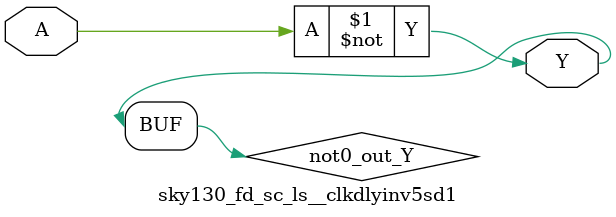
<source format=v>
/*
 * Copyright 2020 The SkyWater PDK Authors
 *
 * Licensed under the Apache License, Version 2.0 (the "License");
 * you may not use this file except in compliance with the License.
 * You may obtain a copy of the License at
 *
 *     https://www.apache.org/licenses/LICENSE-2.0
 *
 * Unless required by applicable law or agreed to in writing, software
 * distributed under the License is distributed on an "AS IS" BASIS,
 * WITHOUT WARRANTIES OR CONDITIONS OF ANY KIND, either express or implied.
 * See the License for the specific language governing permissions and
 * limitations under the License.
 *
 * SPDX-License-Identifier: Apache-2.0
*/


`ifndef SKY130_FD_SC_LS__CLKDLYINV5SD1_FUNCTIONAL_V
`define SKY130_FD_SC_LS__CLKDLYINV5SD1_FUNCTIONAL_V

/**
 * clkdlyinv5sd1: Clock Delay Inverter 5-stage 0.15um length inner
 *                stage gate.
 *
 * Verilog simulation functional model.
 */

`timescale 1ns / 1ps
`default_nettype none

`celldefine
module sky130_fd_sc_ls__clkdlyinv5sd1 (
    Y,
    A
);

    // Module ports
    output Y;
    input  A;

    // Local signals
    wire not0_out_Y;

    //  Name  Output      Other arguments
    not not0 (not0_out_Y, A              );
    buf buf0 (Y         , not0_out_Y     );

endmodule
`endcelldefine

`default_nettype wire
`endif  // SKY130_FD_SC_LS__CLKDLYINV5SD1_FUNCTIONAL_V
</source>
